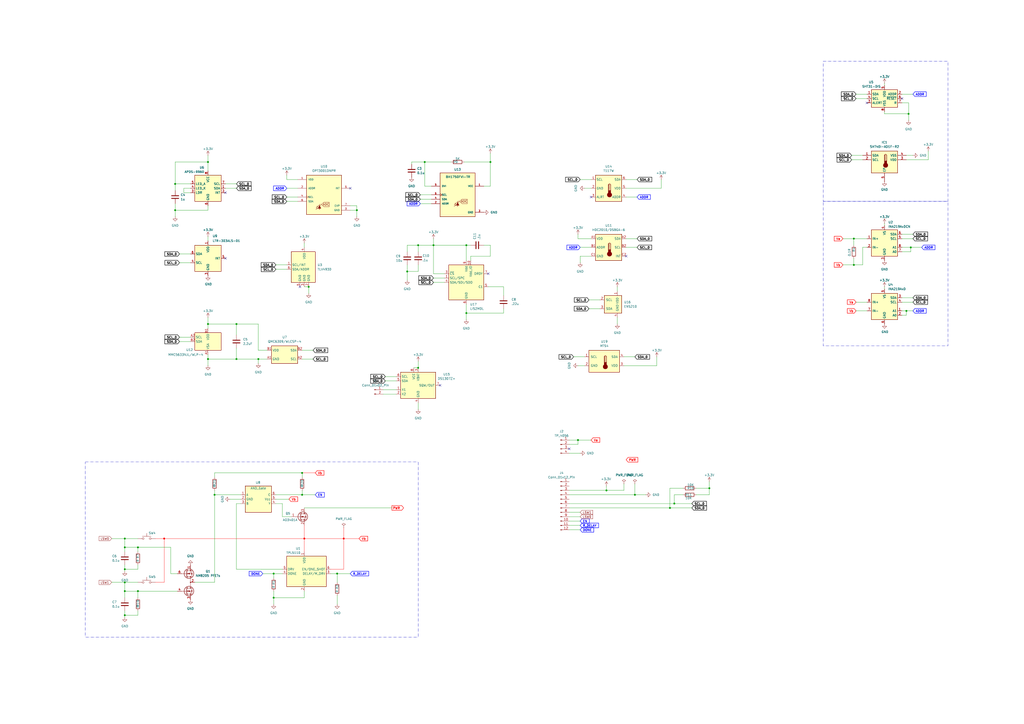
<source format=kicad_sch>
(kicad_sch (version 20250114) (generator "eeschema") (generator_version "9.0")
  (paper "A2")
  (rectangle (start 49.53 267.97) (end 242.57 369.57) (stroke (width 0) (type dash_dot)))
  (rectangle (start 477.52 116.84) (end 549.91 200.66) (stroke (width 0) (type dash_dot)))
  (rectangle (start 477.52 35.56) (end 549.91 116.84) (stroke (width 0) (type dash_dot)))
  (junction (at 72.39 356.87))
  (junction (at 95.25 312.42) (color 255 0 0 1))
  (junction (at 388.62 294.64))
  (junction (at 528.32 143.51))
  (junction (at 236.22 157.48))
  (junction (at 284.48 93.98))
  (junction (at 525.78 180.34))
  (junction (at 270.51 142.24))
  (junction (at 149.86 208.28))
  (junction (at 158.75 346.71))
  (junction (at 175.26 274.32))
  (junction (at 120.65 187.96))
  (junction (at 101.6 106.68))
  (junction (at 495.3 138.43))
  (junction (at 368.3 287.02))
  (junction (at 124.46 287.02))
  (junction (at 251.46 142.24))
  (junction (at 179.07 166.37))
  (junction (at 72.39 317.5))
  (junction (at 351.79 284.48))
  (junction (at 207.01 121.92))
  (junction (at 246.38 93.98))
  (junction (at 120.65 208.28))
  (junction (at 527.05 66.04))
  (junction (at 137.16 187.96))
  (junction (at 411.48 283.21))
  (junction (at 158.75 332.74))
  (junction (at 80.01 342.9))
  (junction (at 120.65 93.98))
  (junction (at 199.39 312.42) (color 255 0 0 1))
  (junction (at 335.28 255.27))
  (junction (at 72.39 342.9))
  (junction (at 101.6 121.92))
  (junction (at 72.39 330.2))
  (junction (at 80.01 317.5))
  (junction (at 495.3 153.67))
  (junction (at 242.57 213.36))
  (junction (at 72.39 312.42))
  (junction (at 175.26 287.02))
  (junction (at 176.53 312.42) (color 255 0 0 1))
  (junction (at 391.16 292.1))
  (junction (at 72.39 337.82))
  (junction (at 137.16 208.28))
  (junction (at 270.51 181.61))
  (junction (at 242.57 142.24))
  (junction (at 195.58 332.74))
  (no_connect (at 523.24 57.15))
  (no_connect (at 173.99 166.37))
  (no_connect (at 203.2 109.22))
  (no_connect (at 330.2 260.35))
  (no_connect (at 342.9 114.3))
  (no_connect (at 363.22 148.59))
  (no_connect (at 502.92 59.69))
  (no_connect (at 283.21 158.75))
  (no_connect (at 255.27 223.52))
  (no_connect (at 130.81 149.86))
  (no_connect (at 130.81 111.76))
  (wire (pts (xy 538.48 87.63) (xy 538.48 92.71)))
  (wire (pts (xy 207.01 121.92) (xy 207.01 125.73)))
  (wire (pts (xy 527.05 66.04) (xy 527.05 59.69)))
  (wire (pts (xy 361.95 280.67) (xy 361.95 284.48)))
  (wire (pts (xy 284.48 88.9) (xy 284.48 93.98)))
  (wire (pts (xy 176.53 294.64) (xy 227.33 294.64)))
  (wire (pts (xy 149.86 208.28) (xy 149.86 210.82)))
  (wire (pts (xy 172.72 114.3) (xy 166.37 114.3)))
  (wire (pts (xy 137.16 208.28) (xy 149.86 208.28)))
  (wire (pts (xy 495.3 153.67) (xy 500.38 153.67)))
  (wire (pts (xy 120.65 184.15) (xy 120.65 187.96)))
  (wire (pts (xy 166.37 153.67) (xy 160.02 153.67)))
  (wire (pts (xy 330.2 304.8) (xy 336.55 304.8)))
  (wire (pts (xy 330.2 307.34) (xy 336.55 307.34)))
  (wire (pts (xy 251.46 142.24) (xy 242.57 142.24)))
  (wire (pts (xy 182.88 274.32) (xy 175.26 274.32)) (stroke (width 0) (color 255 0 0 1)))
  (wire (pts (xy 137.16 330.2) (xy 163.83 330.2)))
  (wire (pts (xy 500.38 90.17) (xy 494.03 90.17)))
  (wire (pts (xy 175.26 203.2) (xy 181.61 203.2)))
  (wire (pts (xy 251.46 158.75) (xy 257.81 158.75)))
  (wire (pts (xy 363.22 143.51) (xy 369.57 143.51)))
  (wire (pts (xy 106.68 111.76) (xy 110.49 111.76)))
  (wire (pts (xy 101.6 118.11) (xy 101.6 121.92)))
  (wire (pts (xy 502.92 143.51) (xy 500.38 143.51)))
  (wire (pts (xy 110.49 147.32) (xy 104.14 147.32)))
  (wire (pts (xy 203.2 121.92) (xy 207.01 121.92)))
  (wire (pts (xy 120.65 119.38) (xy 120.65 121.92)))
  (wire (pts (xy 368.3 280.67) (xy 368.3 287.02)))
  (wire (pts (xy 72.39 356.87) (xy 72.39 358.14)))
  (wire (pts (xy 238.76 93.98) (xy 246.38 93.98)))
  (wire (pts (xy 166.37 156.21) (xy 160.02 156.21)))
  (wire (pts (xy 284.48 142.24) (xy 284.48 148.59)))
  (wire (pts (xy 292.1 181.61) (xy 270.51 181.61)))
  (wire (pts (xy 270.51 181.61) (xy 270.51 185.42)))
  (wire (pts (xy 330.2 292.1) (xy 391.16 292.1)))
  (wire (pts (xy 99.06 317.5) (xy 99.06 332.74)))
  (wire (pts (xy 528.32 143.51) (xy 528.32 146.05)))
  (wire (pts (xy 195.58 345.44) (xy 195.58 350.52)))
  (wire (pts (xy 120.65 187.96) (xy 120.65 190.5)))
  (wire (pts (xy 270.51 176.53) (xy 270.51 181.61)))
  (wire (pts (xy 523.24 146.05) (xy 528.32 146.05)))
  (wire (pts (xy 166.37 101.6) (xy 166.37 104.14)))
  (wire (pts (xy 95.25 312.42) (xy 90.17 312.42)) (stroke (width 0) (color 255 0 0 1)))
  (wire (pts (xy 513.08 48.26) (xy 513.08 49.53)))
  (wire (pts (xy 80.01 342.9) (xy 72.39 342.9)))
  (wire (pts (xy 137.16 201.93) (xy 137.16 208.28)))
  (wire (pts (xy 176.53 140.97) (xy 176.53 143.51)))
  (wire (pts (xy 106.68 111.76) (xy 106.68 109.22)))
  (wire (pts (xy 99.06 317.5) (xy 80.01 317.5)))
  (wire (pts (xy 358.14 166.37) (xy 358.14 168.91)))
  (wire (pts (xy 330.2 302.26) (xy 336.55 302.26)))
  (wire (pts (xy 158.75 342.9) (xy 158.75 346.71)))
  (wire (pts (xy 166.37 104.14) (xy 172.72 104.14)))
  (wire (pts (xy 110.49 152.4) (xy 104.14 152.4)))
  (wire (pts (xy 284.48 148.59) (xy 273.05 148.59)))
  (wire (pts (xy 72.39 356.87) (xy 80.01 356.87)))
  (wire (pts (xy 246.38 107.95) (xy 250.19 107.95)))
  (wire (pts (xy 130.81 109.22) (xy 137.16 109.22)))
  (wire (pts (xy 330.2 299.72) (xy 336.55 299.72)))
  (wire (pts (xy 175.26 287.02) (xy 182.88 287.02)))
  (wire (pts (xy 199.39 312.42) (xy 176.53 312.42)) (stroke (width 0) (color 255 0 0 1)))
  (wire (pts (xy 222.25 226.06) (xy 229.87 226.06)))
  (wire (pts (xy 72.39 330.2) (xy 72.39 327.66)))
  (wire (pts (xy 336.55 148.59) (xy 342.9 148.59)))
  (wire (pts (xy 101.6 106.68) (xy 101.6 110.49)))
  (wire (pts (xy 176.53 304.8) (xy 176.53 312.42)) (stroke (width 0) (color 255 0 0 1)))
  (wire (pts (xy 133.35 289.56) (xy 139.7 289.56)))
  (wire (pts (xy 80.01 330.2) (xy 72.39 330.2)))
  (wire (pts (xy 257.81 163.83) (xy 251.46 163.83)))
  (wire (pts (xy 95.25 312.42) (xy 176.53 312.42)) (stroke (width 0) (color 255 0 0 1)))
  (wire (pts (xy 242.57 142.24) (xy 236.22 142.24)))
  (wire (pts (xy 72.39 337.82) (xy 72.39 342.9)))
  (wire (pts (xy 72.39 337.82) (xy 64.77 337.82)))
  (wire (pts (xy 203.2 119.38) (xy 207.01 119.38)))
  (wire (pts (xy 523.24 54.61) (xy 529.59 54.61)))
  (wire (pts (xy 496.57 175.26) (xy 502.92 175.26)))
  (wire (pts (xy 495.3 142.24) (xy 495.3 138.43)))
  (wire (pts (xy 72.39 354.33) (xy 72.39 356.87)))
  (wire (pts (xy 280.67 107.95) (xy 284.48 107.95)))
  (wire (pts (xy 160.02 289.56) (xy 167.64 289.56)))
  (wire (pts (xy 361.95 212.09) (xy 381 212.09)))
  (wire (pts (xy 273.05 148.59) (xy 273.05 151.13)))
  (wire (pts (xy 292.1 166.37) (xy 292.1 171.45)))
  (wire (pts (xy 120.65 205.74) (xy 120.65 208.28)))
  (wire (pts (xy 495.3 153.67) (xy 495.3 149.86)))
  (wire (pts (xy 523.24 172.72) (xy 529.59 172.72)))
  (wire (pts (xy 124.46 287.02) (xy 124.46 337.82)))
  (wire (pts (xy 80.01 342.9) (xy 80.01 346.71)))
  (wire (pts (xy 113.03 337.82) (xy 124.46 337.82)))
  (wire (pts (xy 195.58 332.74) (xy 191.77 332.74)))
  (wire (pts (xy 229.87 220.98) (xy 223.52 220.98)))
  (wire (pts (xy 330.2 294.64) (xy 388.62 294.64)))
  (wire (pts (xy 110.49 195.58) (xy 104.14 195.58)))
  (wire (pts (xy 342.9 143.51) (xy 336.55 143.51)))
  (wire (pts (xy 335.28 255.27) (xy 342.9 255.27)))
  (wire (pts (xy 199.39 312.42) (xy 199.39 330.2)) (stroke (width 0) (color 255 0 0 1)))
  (wire (pts (xy 72.39 317.5) (xy 72.39 320.04)))
  (wire (pts (xy 411.48 283.21) (xy 411.48 287.02)))
  (wire (pts (xy 149.86 187.96) (xy 149.86 203.2)))
  (wire (pts (xy 236.22 157.48) (xy 236.22 153.67)))
  (wire (pts (xy 80.01 354.33) (xy 80.01 356.87)))
  (wire (pts (xy 363.22 138.43) (xy 369.57 138.43)))
  (wire (pts (xy 176.53 346.71) (xy 158.75 346.71)))
  (wire (pts (xy 347.98 179.07) (xy 341.63 179.07)))
  (wire (pts (xy 488.95 138.43) (xy 495.3 138.43)))
  (wire (pts (xy 130.81 106.68) (xy 137.16 106.68)))
  (wire (pts (xy 251.46 138.43) (xy 251.46 142.24)))
  (wire (pts (xy 513.08 66.04) (xy 527.05 66.04)))
  (wire (pts (xy 106.68 109.22) (xy 110.49 109.22)))
  (wire (pts (xy 137.16 187.96) (xy 149.86 187.96)))
  (wire (pts (xy 154.94 203.2) (xy 149.86 203.2)))
  (wire (pts (xy 523.24 135.89) (xy 529.59 135.89)))
  (wire (pts (xy 236.22 157.48) (xy 236.22 162.56)))
  (wire (pts (xy 120.65 137.16) (xy 120.65 139.7)))
  (wire (pts (xy 72.39 312.42) (xy 72.39 317.5)))
  (wire (pts (xy 250.19 113.03) (xy 243.84 113.03)))
  (wire (pts (xy 72.39 331.47) (xy 72.39 330.2)))
  (wire (pts (xy 175.26 208.28) (xy 181.61 208.28)))
  (wire (pts (xy 80.01 342.9) (xy 102.87 342.9)))
  (wire (pts (xy 163.83 292.1) (xy 163.83 299.72)))
  (wire (pts (xy 124.46 274.32) (xy 124.46 276.86)))
  (wire (pts (xy 137.16 292.1) (xy 137.16 330.2)))
  (wire (pts (xy 176.53 166.37) (xy 179.07 166.37)))
  (wire (pts (xy 110.49 198.12) (xy 104.14 198.12)))
  (wire (pts (xy 120.65 208.28) (xy 120.65 212.09)))
  (wire (pts (xy 199.39 306.07) (xy 199.39 312.42)) (stroke (width 0) (color 255 0 0 1)))
  (wire (pts (xy 137.16 208.28) (xy 120.65 208.28)))
  (wire (pts (xy 242.57 153.67) (xy 242.57 157.48)))
  (wire (pts (xy 391.16 287.02) (xy 391.16 292.1)))
  (wire (pts (xy 242.57 142.24) (xy 242.57 146.05)))
  (wire (pts (xy 195.58 332.74) (xy 195.58 337.82)))
  (wire (pts (xy 191.77 330.2) (xy 199.39 330.2)) (stroke (width 0) (color 255 0 0 1)))
  (wire (pts (xy 330.2 257.81) (xy 335.28 257.81)))
  (wire (pts (xy 163.83 299.72) (xy 168.91 299.72)))
  (wire (pts (xy 80.01 327.66) (xy 80.01 330.2)))
  (wire (pts (xy 158.75 346.71) (xy 158.75 350.52)))
  (wire (pts (xy 163.83 332.74) (xy 158.75 332.74)))
  (wire (pts (xy 358.14 187.96) (xy 358.14 184.15)))
  (wire (pts (xy 513.08 166.37) (xy 513.08 167.64)))
  (wire (pts (xy 527.05 66.04) (xy 527.05 69.85)))
  (wire (pts (xy 502.92 57.15) (xy 496.57 57.15)))
  (wire (pts (xy 351.79 284.48) (xy 361.95 284.48)))
  (wire (pts (xy 176.53 342.9) (xy 176.53 346.71)))
  (wire (pts (xy 101.6 106.68) (xy 110.49 106.68)))
  (wire (pts (xy 176.53 312.42) (xy 176.53 320.04)) (stroke (width 0) (color 255 0 0 1)))
  (wire (pts (xy 363.22 114.3) (xy 369.57 114.3)))
  (wire (pts (xy 195.58 332.74) (xy 203.2 332.74)))
  (wire (pts (xy 500.38 92.71) (xy 494.03 92.71)))
  (wire (pts (xy 330.2 287.02) (xy 368.3 287.02)))
  (wire (pts (xy 137.16 194.31) (xy 137.16 187.96)))
  (wire (pts (xy 158.75 332.74) (xy 158.75 335.28)))
  (wire (pts (xy 513.08 64.77) (xy 513.08 66.04)))
  (wire (pts (xy 292.1 179.07) (xy 292.1 181.61)))
  (wire (pts (xy 523.24 175.26) (xy 529.59 175.26)))
  (wire (pts (xy 80.01 337.82) (xy 72.39 337.82)))
  (wire (pts (xy 283.21 166.37) (xy 292.1 166.37)))
  (wire (pts (xy 513.08 129.54) (xy 513.08 130.81)))
  (wire (pts (xy 242.57 233.68) (xy 242.57 237.49)))
  (wire (pts (xy 525.78 92.71) (xy 538.48 92.71)))
  (wire (pts (xy 229.87 218.44) (xy 223.52 218.44)))
  (wire (pts (xy 335.28 135.89) (xy 335.28 138.43)))
  (wire (pts (xy 363.22 104.14) (xy 369.57 104.14)))
  (wire (pts (xy 336.55 152.4) (xy 336.55 148.59)))
  (wire (pts (xy 242.57 157.48) (xy 236.22 157.48)))
  (wire (pts (xy 139.7 292.1) (xy 137.16 292.1)))
  (wire (pts (xy 270.51 142.24) (xy 273.05 142.24)))
  (wire (pts (xy 383.54 104.14) (xy 383.54 109.22)))
  (wire (pts (xy 528.32 143.51) (xy 534.67 143.51)))
  (wire (pts (xy 269.24 93.98) (xy 284.48 93.98)))
  (wire (pts (xy 199.39 312.42) (xy 208.28 312.42)) (stroke (width 0) (color 255 0 0 1)))
  (wire (pts (xy 391.16 292.1) (xy 401.32 292.1)))
  (wire (pts (xy 270.51 151.13) (xy 270.51 142.24)))
  (wire (pts (xy 523.24 138.43) (xy 529.59 138.43)))
  (wire (pts (xy 495.3 138.43) (xy 502.92 138.43)))
  (wire (pts (xy 342.9 104.14) (xy 336.55 104.14)))
  (wire (pts (xy 523.24 180.34) (xy 525.78 180.34)))
  (wire (pts (xy 361.95 207.01) (xy 368.3 207.01)))
  (wire (pts (xy 222.25 228.6) (xy 229.87 228.6)))
  (wire (pts (xy 523.24 143.51) (xy 528.32 143.51)))
  (wire (pts (xy 72.39 342.9) (xy 72.39 346.71)))
  (wire (pts (xy 411.48 287.02) (xy 403.86 287.02)))
  (wire (pts (xy 101.6 93.98) (xy 101.6 106.68)))
  (wire (pts (xy 257.81 161.29) (xy 251.46 161.29)))
  (wire (pts (xy 120.65 187.96) (xy 137.16 187.96)))
  (wire (pts (xy 330.2 255.27) (xy 335.28 255.27)))
  (wire (pts (xy 207.01 119.38) (xy 207.01 121.92)))
  (wire (pts (xy 172.72 109.22) (xy 166.37 109.22)))
  (wire (pts (xy 347.98 173.99) (xy 341.63 173.99)))
  (wire (pts (xy 242.57 209.55) (xy 242.57 213.36)))
  (wire (pts (xy 351.79 281.94) (xy 351.79 284.48)))
  (wire (pts (xy 411.48 279.4) (xy 411.48 283.21)))
  (wire (pts (xy 523.24 59.69) (xy 527.05 59.69)))
  (wire (pts (xy 80.01 312.42) (xy 72.39 312.42)))
  (wire (pts (xy 99.06 332.74) (xy 102.87 332.74)))
  (wire (pts (xy 240.03 213.36) (xy 242.57 213.36)))
  (wire (pts (xy 495.3 153.67) (xy 488.95 153.67)))
  (wire (pts (xy 396.24 287.02) (xy 391.16 287.02)))
  (wire (pts (xy 172.72 116.84) (xy 166.37 116.84)))
  (wire (pts (xy 330.2 297.18) (xy 336.55 297.18)))
  (wire (pts (xy 250.19 115.57) (xy 243.84 115.57)))
  (wire (pts (xy 72.39 312.42) (xy 64.77 312.42)))
  (wire (pts (xy 502.92 54.61) (xy 496.57 54.61)))
  (wire (pts (xy 175.26 274.32) (xy 175.26 276.86)))
  (wire (pts (xy 124.46 287.02) (xy 139.7 287.02)))
  (wire (pts (xy 179.07 166.37) (xy 179.07 170.18)))
  (wire (pts (xy 342.9 109.22) (xy 339.09 109.22)))
  (wire (pts (xy 335.28 257.81) (xy 335.28 255.27)))
  (wire (pts (xy 284.48 142.24) (xy 280.67 142.24)))
  (wire (pts (xy 525.78 90.17) (xy 529.59 90.17)))
  (wire (pts (xy 246.38 93.98) (xy 246.38 107.95)))
  (wire (pts (xy 383.54 109.22) (xy 363.22 109.22)))
  (wire (pts (xy 124.46 274.32) (xy 175.26 274.32)))
  (wire (pts (xy 381 207.01) (xy 381 212.09)))
  (wire (pts (xy 80.01 317.5) (xy 80.01 320.04)))
  (wire (pts (xy 368.3 287.02) (xy 374.65 287.02)))
  (wire (pts (xy 335.28 138.43) (xy 342.9 138.43)))
  (wire (pts (xy 388.62 283.21) (xy 388.62 294.64)))
  (wire (pts (xy 411.48 283.21) (xy 403.86 283.21)))
  (wire (pts (xy 500.38 143.51) (xy 500.38 153.67)))
  (wire (pts (xy 154.94 208.28) (xy 149.86 208.28)))
  (wire (pts (xy 330.2 262.89) (xy 336.55 262.89)))
  (wire (pts (xy 388.62 294.64) (xy 401.32 294.64)))
  (wire (pts (xy 158.75 332.74) (xy 152.4 332.74)))
  (wire (pts (xy 120.65 90.17) (xy 120.65 93.98)))
  (wire (pts (xy 101.6 121.92) (xy 120.65 121.92)))
  (wire (pts (xy 175.26 284.48) (xy 175.26 287.02)))
  (wire (pts (xy 80.01 317.5) (xy 72.39 317.5)))
  (wire (pts (xy 525.78 180.34) (xy 529.59 180.34)))
  (wire (pts (xy 270.51 142.24) (xy 251.46 142.24)))
  (wire (pts (xy 250.19 118.11) (xy 243.84 118.11)))
  (wire (pts (xy 251.46 142.24) (xy 251.46 158.75)))
  (wire (pts (xy 238.76 93.98) (xy 238.76 95.25)))
  (wire (pts (xy 502.92 180.34) (xy 496.57 180.34)))
  (wire (pts (xy 330.2 284.48) (xy 351.79 284.48)))
  (wire (pts (xy 523.24 182.88) (xy 525.78 182.88)))
  (wire (pts (xy 261.62 93.98) (xy 246.38 93.98)))
  (wire (pts (xy 396.24 283.21) (xy 388.62 283.21)))
  (wire (pts (xy 120.65 99.06) (xy 120.65 93.98)))
  (wire (pts (xy 160.02 292.1) (xy 163.83 292.1)))
  (wire (pts (xy 284.48 93.98) (xy 284.48 107.95)))
  (wire (pts (xy 335.28 212.09) (xy 339.09 212.09)))
  (wire (pts (xy 101.6 125.73) (xy 101.6 121.92)))
  (wire (pts (xy 120.65 93.98) (xy 101.6 93.98)))
  (wire (pts (xy 124.46 284.48) (xy 124.46 287.02)))
  (wire (pts (xy 236.22 142.24) (xy 236.22 146.05)))
  (wire (pts (xy 95.25 312.42) (xy 95.25 337.82)) (stroke (width 0) (color 255 0 0 1)))
  (wire (pts (xy 525.78 182.88) (xy 525.78 180.34)))
  (wire (pts (xy 339.09 207.01) (xy 332.74 207.01)))
  (wire (pts (xy 175.26 287.02) (xy 160.02 287.02)))
  (wire (pts (xy 95.25 337.82) (xy 90.17 337.82)) (stroke (width 0) (color 255 0 0 1)))
  (global_label "SCL_0" (shape input) (at 137.16 106.68 0) (effects (font (thickness 0.254) (bold yes))) (property "Intersheetrefs" "${INTERSHEET_REFS}" (effects (hide yes))))
  (global_label "SDA_0" (shape input) (at 496.57 54.61 180) (effects (font (thickness 0.254) (bold yes))) (property "Intersheetrefs" "${INTERSHEET_REFS}" (effects (hide yes))))
  (global_label "R_DELAY" (shape input) (at 336.55 304.8 0) (effects (font (thickness 0.254) (bold yes))) (property "Intersheetrefs" "${INTERSHEET_REFS}" (effects (hide yes))))
  (global_label "SDA_0" (shape input) (at 494.03 90.17 180) (effects (font (thickness 0.254) (bold yes))) (property "Intersheetrefs" "${INTERSHEET_REFS}" (effects (hide yes))))
  (global_label "SCL_0" (shape input) (at 104.14 152.4 180) (effects (font (thickness 0.254) (bold yes))) (property "Intersheetrefs" "${INTERSHEET_REFS}" (effects (hide yes))))
  (global_label "Va" (shape input) (at 496.57 175.26 180) (effects (font (thickness 0.254) (bold yes))) (property "Intersheetrefs" "${INTERSHEET_REFS}" (effects (hide yes))))
  (global_label "SDA_0" (shape input) (at 251.46 161.29 180) (effects (font (thickness 0.254) (bold yes))) (property "Intersheetrefs" "${INTERSHEET_REFS}" (effects (hide yes))))
  (global_label "EN" (shape input) (at 182.88 287.02 0) (effects (font (thickness 0.254) (bold yes))) (property "Intersheetrefs" "${INTERSHEET_REFS}" (effects (hide yes))))
  (global_label "PWR" (shape output) (at 227.33 294.64 0) (effects (font (thickness 0.254) (bold yes))) (property "Intersheetrefs" "${INTERSHEET_REFS}" (effects (hide yes))))
  (global_label "SDA_0" (shape input) (at 160.02 153.67 180) (effects (font (thickness 0.254) (bold yes))) (property "Intersheetrefs" "${INTERSHEET_REFS}" (effects (hide yes))))
  (global_label "DONE" (shape input) (at 152.4 332.74 180) (effects (font (thickness 0.254) (bold yes))) (property "Intersheetrefs" "${INTERSHEET_REFS}" (effects (hide yes))))
  (global_label "SCL_0" (shape input) (at 166.37 114.3 180) (effects (font (thickness 0.254) (bold yes))) (property "Intersheetrefs" "${INTERSHEET_REFS}" (effects (hide yes))))
  (global_label "LSW1" (shape input) (at 336.55 297.18 0) (property "Intersheetrefs" "${INTERSHEET_REFS}" (effects (hide yes))))
  (global_label "ADDR" (shape input) (at 166.37 109.22 180) (effects (font (thickness 0.254) (bold yes))) (property "Intersheetrefs" "${INTERSHEET_REFS}" (effects (hide yes))))
  (global_label "SCL_0" (shape input) (at 401.32 292.1 0) (effects (font (thickness 0.254) (bold yes))) (property "Intersheetrefs" "${INTERSHEET_REFS}" (effects (hide yes))))
  (global_label "Va" (shape input) (at 488.95 138.43 180) (effects (font (thickness 0.254) (bold yes))) (property "Intersheetrefs" "${INTERSHEET_REFS}" (effects (hide yes))))
  (global_label "PWR" (shape input) (at 363.22 266.7 0) (effects (font (thickness 0.254) (bold yes))) (property "Intersheetrefs" "${INTERSHEET_REFS}" (effects (hide yes))))
  (global_label "SDA_0" (shape input) (at 369.57 138.43 0) (effects (font (thickness 0.254) (bold yes))) (property "Intersheetrefs" "${INTERSHEET_REFS}" (effects (hide yes))))
  (global_label "SDA_0" (shape input) (at 137.16 109.22 0) (effects (font (thickness 0.254) (bold yes))) (property "Intersheetrefs" "${INTERSHEET_REFS}" (effects (hide yes))))
  (global_label "SDA_0" (shape input) (at 223.52 220.98 180) (effects (font (thickness 0.254) (bold yes))) (property "Intersheetrefs" "${INTERSHEET_REFS}" (effects (hide yes))))
  (global_label "R_DELAY" (shape input) (at 203.2 332.74 0) (effects (font (thickness 0.254) (bold yes))) (property "Intersheetrefs" "${INTERSHEET_REFS}" (effects (hide yes))))
  (global_label "Vb" (shape input) (at 488.95 153.67 180) (effects (font (thickness 0.254) (bold yes))) (property "Intersheetrefs" "${INTERSHEET_REFS}" (effects (hide yes))))
  (global_label "SDA_0" (shape input) (at 166.37 116.84 180) (effects (font (thickness 0.254) (bold yes))) (property "Intersheetrefs" "${INTERSHEET_REFS}" (effects (hide yes))))
  (global_label "Vb" (shape input) (at 496.57 180.34 180) (effects (font (thickness 0.254) (bold yes))) (property "Intersheetrefs" "${INTERSHEET_REFS}" (effects (hide yes))))
  (global_label "SCL_0" (shape input) (at 160.02 156.21 180) (effects (font (thickness 0.254) (bold yes))) (property "Intersheetrefs" "${INTERSHEET_REFS}" (effects (hide yes))))
  (global_label "SCL_0" (shape input) (at 341.63 173.99 180) (effects (font (thickness 0.254) (bold yes))) (property "Intersheetrefs" "${INTERSHEET_REFS}" (effects (hide yes))))
  (global_label "Va" (shape input) (at 342.9 255.27 0) (effects (font (thickness 0.254) (bold yes))) (property "Intersheetrefs" "${INTERSHEET_REFS}" (effects (hide yes))))
  (global_label "ADDR" (shape input) (at 243.84 118.11 180) (effects (font (thickness 0.254) (bold yes))) (property "Intersheetrefs" "${INTERSHEET_REFS}" (effects (hide yes))))
  (global_label "SCL_0" (shape input) (at 529.59 138.43 0) (effects (font (thickness 0.254) (bold yes))) (property "Intersheetrefs" "${INTERSHEET_REFS}" (effects (hide yes))))
  (global_label "SCL_0" (shape input) (at 181.61 208.28 0) (effects (font (thickness 0.254) (bold yes))) (property "Intersheetrefs" "${INTERSHEET_REFS}" (effects (hide yes))))
  (global_label "SDA_0" (shape input) (at 341.63 179.07 180) (effects (font (thickness 0.254) (bold yes))) (property "Intersheetrefs" "${INTERSHEET_REFS}" (effects (hide yes))))
  (global_label "SCL_0" (shape input) (at 369.57 143.51 0) (effects (font (thickness 0.254) (bold yes))) (property "Intersheetrefs" "${INTERSHEET_REFS}" (effects (hide yes))))
  (global_label "SCL_0" (shape input) (at 494.03 92.71 180) (effects (font (thickness 0.254) (bold yes))) (property "Intersheetrefs" "${INTERSHEET_REFS}" (effects (hide yes))))
  (global_label "SDA_0" (shape input) (at 369.57 104.14 0) (effects (font (thickness 0.254) (bold yes))) (property "Intersheetrefs" "${INTERSHEET_REFS}" (effects (hide yes))))
  (global_label "ADDR" (shape input) (at 534.67 143.51 0) (effects (font (thickness 0.254) (bold yes))) (property "Intersheetrefs" "${INTERSHEET_REFS}" (effects (hide yes))))
  (global_label "SDA_0" (shape input) (at 104.14 147.32 180) (effects (font (thickness 0.254) (bold yes))) (property "Intersheetrefs" "${INTERSHEET_REFS}" (effects (hide yes))))
  (global_label "SDA_0" (shape input) (at 529.59 172.72 0) (effects (font (thickness 0.254) (bold yes))) (property "Intersheetrefs" "${INTERSHEET_REFS}" (effects (hide yes))))
  (global_label "SDA_0" (shape input) (at 104.14 198.12 180) (effects (font (thickness 0.254) (bold yes))) (property "Intersheetrefs" "${INTERSHEET_REFS}" (effects (hide yes))))
  (global_label "SDA_0" (shape input) (at 529.59 135.89 0) (effects (font (thickness 0.254) (bold yes))) (property "Intersheetrefs" "${INTERSHEET_REFS}" (effects (hide yes))))
  (global_label "Vb" (shape input) (at 182.88 274.32 0) (effects (font (thickness 0.254) (bold yes))) (property "Intersheetrefs" "${INTERSHEET_REFS}" (effects (hide yes))))
  (global_label "ADDR" (shape input) (at 529.59 54.61 0) (effects (font (thickness 0.254) (bold yes))) (property "Intersheetrefs" "${INTERSHEET_REFS}" (effects (hide yes))))
  (global_label "SDA_0" (shape input) (at 243.84 115.57 180) (effects (font (thickness 0.254) (bold yes))) (property "Intersheetrefs" "${INTERSHEET_REFS}" (effects (hide yes))))
  (global_label "ADDR" (shape input) (at 529.59 180.34 0) (effects (font (thickness 0.254) (bold yes))) (property "Intersheetrefs" "${INTERSHEET_REFS}" (effects (hide yes))))
  (global_label "SDA_0" (shape input) (at 181.61 203.2 0) (effects (font (thickness 0.254) (bold yes))) (property "Intersheetrefs" "${INTERSHEET_REFS}" (effects (hide yes))))
  (global_label "Vb" (shape input) (at 208.28 312.42 0) (effects (font (thickness 0.254) (bold yes))) (property "Intersheetrefs" "${INTERSHEET_REFS}" (effects (hide yes))))
  (global_label "SCL_0" (shape input) (at 332.74 207.01 180) (effects (font (thickness 0.254) (bold yes))) (property "Intersheetrefs" "${INTERSHEET_REFS}" (effects (hide yes))))
  (global_label "SDA_0" (shape input) (at 368.3 207.01 0) (effects (font (thickness 0.254) (bold yes))) (property "Intersheetrefs" "${INTERSHEET_REFS}" (effects (hide yes))))
  (global_label "Vb" (shape input) (at 167.64 289.56 0) (effects (font (thickness 0.254) (bold yes))) (property "Intersheetrefs" "${INTERSHEET_REFS}" (effects (hide yes))))
  (global_label "SCL_0" (shape input) (at 496.57 57.15 180) (effects (font (thickness 0.254) (bold yes))) (property "Intersheetrefs" "${INTERSHEET_REFS}" (effects (hide yes))))
  (global_label "SCL_0" (shape input) (at 336.55 104.14 180) (effects (font (thickness 0.254) (bold yes))) (property "Intersheetrefs" "${INTERSHEET_REFS}" (effects (hide yes))))
  (global_label "SCL_0" (shape input) (at 529.59 175.26 0) (effects (font (thickness 0.254) (bold yes))) (property "Intersheetrefs" "${INTERSHEET_REFS}" (effects (hide yes))))
  (global_label "LSW0" (shape input) (at 336.55 299.72 0) (property "Intersheetrefs" "${INTERSHEET_REFS}" (effects (hide yes))))
  (global_label "ADDR" (shape input) (at 369.57 114.3 0) (effects (font (thickness 0.254) (bold yes))) (property "Intersheetrefs" "${INTERSHEET_REFS}" (effects (hide yes))))
  (global_label "SDA_0" (shape input) (at 401.32 294.64 0) (effects (font (thickness 0.254) (bold yes))) (property "Intersheetrefs" "${INTERSHEET_REFS}" (effects (hide yes))))
  (global_label "DONE" (shape input) (at 336.55 307.34 0) (effects (font (thickness 0.254) (bold yes))) (property "Intersheetrefs" "${INTERSHEET_REFS}" (effects (hide yes))))
  (global_label "SCL_0" (shape input) (at 243.84 113.03 180) (effects (font (thickness 0.254) (bold yes))) (property "Intersheetrefs" "${INTERSHEET_REFS}" (effects (hide yes))))
  (global_label "LSW0" (shape input) (at 64.77 312.42 180) (property "Intersheetrefs" "${INTERSHEET_REFS}" (effects (hide yes))))
  (global_label "SCL_0" (shape input) (at 223.52 218.44 180) (effects (font (thickness 0.254) (bold yes))) (property "Intersheetrefs" "${INTERSHEET_REFS}" (effects (hide yes))))
  (global_label "LSW1" (shape input) (at 64.77 337.82 180) (property "Intersheetrefs" "${INTERSHEET_REFS}" (effects (hide yes))))
  (global_label "SCL_0" (shape input) (at 251.46 163.83 180) (effects (font (thickness 0.254) (bold yes))) (property "Intersheetrefs" "${INTERSHEET_REFS}" (effects (hide yes))))
  (global_label "EN" (shape input) (at 336.55 302.26 0) (effects (font (thickness 0.254) (bold yes))) (property "Intersheetrefs" "${INTERSHEET_REFS}" (effects (hide yes))))
  (global_label "SCL_0" (shape input) (at 104.14 195.58 180) (effects (font (thickness 0.254) (bold yes))) (property "Intersheetrefs" "${INTERSHEET_REFS}" (effects (hide yes))))
  (global_label "ADDR" (shape input) (at 336.55 143.51 180) (effects (font (thickness 0.254) (bold yes))) (property "Intersheetrefs" "${INTERSHEET_REFS}" (effects (hide yes))))
  (symbol (lib_id "Device:R") (at 158.75 339.09 180) (unit 1)
    (property "Reference" "R1" (at 158.75 336.55 90) (effects (justify left)))
    (property "Value" "R" (at 158.75 339.725 90) (effects (justify left)))
    (property "Footprint" "Resistor_SMD:R_0603_1608Metric" (effects (hide yes)))
  )
  (symbol (lib_id "power:+3.3V") (at 284.48 88.9 0) (unit 1)
    (property "Reference" "#PWR017" (effects (hide yes)))
    (property "Value" "+3.3V" (at 284.48 85.09 0))
  )
  (symbol (lib_name "GND_1") (lib_id "power:GND") (at 513.08 105.41 0) (unit 1)
    (property "Reference" "#PWR028" (effects (hide yes)))
    (property "Value" "GND" (at 513.08 109.982 0))
    (property "Description" "Power symbol creates a global label with name \"GND\" , ground" (effects (hide yes)))
  )
  (symbol (lib_name "GND_1") (lib_id "power:GND") (at 280.67 123.19 90) (unit 1)
    (property "Reference" "#PWR016" (effects (hide yes)))
    (property "Value" "GND" (at 284.48 123.1899 90) (effects (justify right)))
    (property "Description" "Power symbol creates a global label with name \"GND\" , ground" (effects (hide yes)))
  )
  (symbol (lib_id "Sensor_Optical:LTR-303ALS-01") (at 120.65 149.86 0) (unit 1)
    (property "Reference" "U9" (at 124.714 136.906 0))
    (property "Value" "LTR-303ALS-01" (at 131.318 139.7 0))
    (property "Footprint" "OptoDevice:Lite-On_LTR-303ALS-01" (effects (hide yes)))
    (property "Datasheet" "https://lcsc.com/datasheet/lcsc_datasheet_2410121549_LITEON-LTR-308ALS-01_C492382.pdf" (effects (hide yes)))
    (property "Description" "ambient light sensor, i2c interface, 0.01 to 64k lux, 2.4-3.6V" (effects (hide yes)))
  )
  (symbol (lib_id "Device:C") (at 72.39 323.85 0) (unit 1)
    (property "Reference" "C6" (at 65.024 322.58 0) (effects (justify left)))
    (property "Value" "0.1u" (at 65.024 325.12 0) (effects (justify left)))
    (property "Footprint" "Capacitor_SMD:C_0603_1608Metric" (effects (hide yes)))
  )
  (symbol (lib_name "GND_1") (lib_id "power:GND") (at 133.35 289.56 270) (unit 1)
    (property "Reference" "#PWR031" (effects (hide yes)))
    (property "Value" "GND" (at 129.032 289.56 0))
    (property "Description" "Power symbol creates a global label with name \"GND\" , ground" (effects (hide yes)))
  )
  (symbol (lib_id "Sensor_Humidity:ENS210") (at 355.6 176.53 0) (unit 1)
    (property "Reference" "U16" (at 361.95 175.2599 0) (effects (justify left)))
    (property "Value" "ENS210" (at 361.95 177.7999 0) (effects (justify left)))
    (property "Footprint" "Package_DFN_QFN:AMS_QFN-4-1EP_2x2mm_P0.95mm_EP0.7x1.6mm" (effects (hide yes)))
    (property "Datasheet" "http://ams.com/eng/Products/Environmental-Sensors/Relative-Humidity-and-Temperature-Sensors/ENS210" (effects (hide yes)))
    (property "Description" "Relative Humidity and Temperature Sensor with I2C Interface" (effects (hide yes)))
  )
  (symbol (lib_id "power:+3.3V") (at 120.65 90.17 0) (unit 1)
    (property "Reference" "#PWR025" (effects (hide yes)))
    (property "Value" "+3.3V" (at 120.65 86.36 0))
  )
  (symbol (lib_name "GND_1") (lib_id "power:GND") (at 270.51 185.42 0) (mirror y) (unit 1)
    (property "Reference" "#PWR044" (effects (hide yes)))
    (property "Value" "GND" (at 270.51 190.5 0))
    (property "Description" "Power symbol creates a global label with name \"GND\" , ground" (effects (hide yes)))
  )
  (symbol (lib_name "GND_1") (lib_id "power:GND") (at 72.39 331.47 0) (mirror y) (unit 1)
    (property "Reference" "#PWR032" (effects (hide yes)))
    (property "Value" "GND" (at 72.39 336.55 0))
    (property "Description" "Power symbol creates a global label with name \"GND\" , ground" (effects (hide yes)))
  )
  (symbol (lib_id "Timer:TPL5110") (at 176.53 330.2 0) (mirror y) (unit 1)
    (property "Reference" "U1" (at 174.3359 318.135 0) (effects (justify left)))
    (property "Value" "TPL5110" (at 174.3359 320.675 0) (effects (justify left)))
    (property "Footprint" "Package_TO_SOT_SMD:SOT-23-6" (effects (hide yes)))
    (property "Datasheet" "http://www.ti.com/lit/ds/symlink/tpl5110.pdf" (effects (hide yes)))
    (property "Description" "Timer, Nano Power, Active-Low, 35 nA, 100 ms to 7200 s, VDD 1.8V to 5.5V, Iout max 1mA, SOT-23-6" (effects (hide yes)))
  )
  (symbol (lib_id "OPT300x:OPT3001DNPR") (at 187.96 114.3 0) (unit 1)
    (property "Reference" "U10" (at 187.96 96.52 0))
    (property "Value" "OPT3001DNPR" (at 187.96 99.06 0))
    (property "Footprint" "OPT3001DNPR:SON65P200X200X65-7N" (effects (hide yes)))
    (property "Datasheet" "https://www.ti.com/lit/ds/symlink/opt3001.pdf?ts=1753872523494&ref_url=https%253A%252F%252Fwww.google.com%252F" (effects (hide yes)))
    (property "Description" "Digital ambient light sensor (ALS) with high-precision human-eye response 6-USON -40 to 85" (effects (hide yes)))
    (property "MF" "Texas Instruments" (effects (hide yes)))
    (property "MOUSER-PURCHASE-URL" "https://snapeda.com/shop?store=Mouser&id=194428" (effects (hide yes)))
    (property "DESCRIPTION" "Digital ambient light sensor (ALS) with high-precision human-eye response 6-USON -40 to 85" (effects (hide yes)))
    (property "PACKAGE" "USON-6 Texas Instruments" (effects (hide yes)))
    (property "PRICE" "None" (effects (hide yes)))
    (property "Package" "USON-6 Texas Instruments" (effects (hide yes)))
    (property "Check_prices" "https://www.snapeda.com/parts/OPT3001DNPR/Texas+Instruments/view-part/?ref=eda" (effects (hide yes)))
    (property "Price" "None" (effects (hide yes)))
    (property "SnapEDA_Link" "https://www.snapeda.com/parts/OPT3001DNPR/Texas+Instruments/view-part/?ref=snap" (effects (hide yes)))
    (property "MP" "OPT3001DNPR" (effects (hide yes)))
    (property "TEXAS_INSTRUMENTS-PURCHASE-URL" "https://snapeda.com/shop?store=Texas+Instruments&id=194428" (effects (hide yes)))
    (property "Availability" "In Stock" (effects (hide yes)))
    (property "ARROW_ELECTRONICS-PURCHASE-URL" "https://snapeda.com/shop?store=Arrow+Electronics&id=194428" (effects (hide yes)))
    (property "AVAILABILITY" "Good" (effects (hide yes)))
    (property "DIGIKEY-PURCHASE-URL" "https://snapeda.com/shop?store=DigiKey&id=194428" (effects (hide yes)))
    (property "Description_1" "Digital ambient light sensor (ALS) with high-precision human-eye response" (effects (hide yes)))
  )
  (symbol (lib_id "power:+3.3V") (at 242.57 209.55 0) (unit 1)
    (property "Reference" "#PWR047" (effects (hide yes)))
    (property "Value" "+3.3V" (at 242.57 205.74 0))
  )
  (symbol (lib_id "IOT-Mess:AND_Gate") (at 149.86 289.56 0) (unit 1)
    (property "Reference" "U8" (at 148.336 279.908 0) (effects (justify left)))
    (property "Value" "AND_Gate" (at 145.288 283.21 0) (effects (justify left)))
    (property "Footprint" "Sensor:Avago_APDS-9960" (effects (hide yes)))
    (property "Datasheet" "https://docs.broadcom.com/doc/AV02-4191EN" (effects (hide yes)))
  )
  (symbol (lib_id "power:+3.3V") (at 120.65 184.15 0) (unit 1)
    (property "Reference" "#PWR08" (effects (hide yes)))
    (property "Value" "+3.3V" (at 120.65 180.34 0))
  )
  (symbol (lib_id "Sensor_Magnetic:LIS2MDL") (at 270.51 163.83 0) (unit 1)
    (property "Reference" "U17" (at 272.6533 176.53 0) (effects (justify left)))
    (property "Value" "LIS2MDL" (at 272.6533 179.07 0) (effects (justify left)))
    (property "Footprint" "Package_LGA:LGA-12_2x2mm_P0.5mm" (effects (hide yes)))
    (property "Datasheet" "https://www.st.com/resource/en/datasheet/lis2mdl.pdf" (effects (hide yes)))
    (property "Description" "Ultra-low-power, 3-axis digital output magnetometer, LGA-12" (effects (hide yes)))
  )
  (symbol (lib_name "GND_1") (lib_id "power:GND") (at 339.09 109.22 270) (unit 1)
    (property "Reference" "#PWR037" (effects (hide yes)))
    (property "Value" "GND" (at 334.01 109.22 0))
    (property "Description" "Power symbol creates a global label with name \"GND\" , ground" (effects (hide yes)))
  )
  (symbol (lib_id "Sensor_Energy:INA219AxDCN") (at 513.08 140.97 0) (unit 1)
    (property "Reference" "U2" (at 515.2741 128.905 0) (effects (justify left)))
    (property "Value" "INA219AxDCN" (at 515.2741 131.445 0) (effects (justify left)))
    (property "Footprint" "Package_TO_SOT_SMD:SOT-23-8" (effects (hide yes)))
    (property "Datasheet" "http://www.ti.com/lit/ds/symlink/ina219.pdf" (effects (hide yes)))
  )
  (symbol (lib_id "power:+3.3V") (at 120.65 137.16 0) (unit 1)
    (property "Reference" "#PWR036" (effects (hide yes)))
    (property "Value" "+3.3V" (at 120.65 133.35 0))
  )
  (symbol (lib_id "power:+3.3V") (at 513.08 166.37 0) (unit 1)
    (property "Reference" "#PWR020" (effects (hide yes)))
    (property "Value" "+3.3V" (at 513.08 162.56 0))
  )
  (symbol (lib_name "GND_1") (lib_id "power:GND") (at 207.01 125.73 0) (mirror y) (unit 1)
    (property "Reference" "#PWR012" (effects (hide yes)))
    (property "Value" "GND" (at 207.01 130.81 0))
    (property "Description" "Power symbol creates a global label with name \"GND\" , ground" (effects (hide yes)))
  )
  (symbol (lib_id "IOT-Mess:BH1750FVI-TR") (at 265.43 113.03 0) (unit 1)
    (property "Reference" "U13" (at 265.43 98.298 0))
    (property "Value" "BH1750FVI-TR" (at 265.684 102.616 0))
    (property "Footprint" "BH1750FVI-TR:XDCR_BH1750FVI-TR" (effects (hide yes)))
    (property "MP" "BH1750FVI-TR" (effects (hide yes)))
  )
  (symbol (lib_id "power:+3.3V") (at 251.46 138.43 0) (unit 1)
    (property "Reference" "#PWR043" (effects (hide yes)))
    (property "Value" "+3.3V" (at 251.46 134.62 0))
  )
  (symbol (lib_id "Sensor:APDS-9960") (at 120.65 109.22 0) (mirror y) (unit 1)
    (property "Reference" "U6" (at 118.4559 97.155 0) (effects (justify left)))
    (property "Value" "APDS-9960" (at 118.4559 99.695 0) (effects (justify left)))
    (property "Footprint" "Sensor:Avago_APDS-9960" (effects (hide yes)))
    (property "Datasheet" "https://docs.broadcom.com/doc/AV02-4191EN" (effects (hide yes)))
  )
  (symbol (lib_id "Device:C") (at 101.6 114.3 0) (mirror y) (unit 1)
    (property "Reference" "C4" (at 104.775 113.03 0) (effects (justify right)))
    (property "Value" "1u" (at 104.775 115.57 0) (effects (justify right)))
    (property "Footprint" "Capacitor_SMD:C_0603_1608Metric" (effects (hide yes)))
  )
  (symbol (lib_name "GND_1") (lib_id "power:GND") (at 335.28 212.09 270) (unit 1)
    (property "Reference" "#PWR048" (effects (hide yes)))
    (property "Value" "GND" (at 330.2 212.09 0))
    (property "Description" "Power symbol creates a global label with name \"GND\" , ground" (effects (hide yes)))
  )
  (symbol (lib_name "GND_1") (lib_id "power:GND") (at 72.39 358.14 0) (mirror y) (unit 1)
    (property "Reference" "#PWR033" (effects (hide yes)))
    (property "Value" "GND" (at 72.39 363.22 0))
    (property "Description" "Power symbol creates a global label with name \"GND\" , ground" (effects (hide yes)))
  )
  (symbol (lib_id "power:+3.3V") (at 351.79 281.94 0) (unit 1)
    (property "Reference" "#PWR015" (effects (hide yes)))
    (property "Value" "+3.3V" (at 351.536 277.876 0))
  )
  (symbol (lib_id "IOT-Mess:MTS4") (at 350.52 209.55 0) (unit 1)
    (property "Reference" "U19" (at 350.52 198.12 0))
    (property "Value" "MTS4" (at 350.52 200.66 0))
    (property "Footprint" "IOT-Mess-Footprints:DFN-4L" (effects (hide yes)))
  )
  (symbol (lib_id "power:PWR_FLAG") (at 368.3 280.67 0) (unit 1)
    (property "Reference" "#FLG03" (effects (hide yes)))
    (property "Value" "PWR_FLAG" (at 368.3 275.59 0))
    (property "Description" "Special symbol for telling ERC where power comes from" (effects (hide yes)))
  )
  (symbol (lib_name "GND_1") (lib_id "power:GND") (at 120.65 160.02 0) (unit 1)
    (property "Reference" "#PWR027" (effects (hide yes)))
    (property "Value" "GND" (at 120.904 164.846 0))
    (property "Description" "Power symbol creates a global label with name \"GND\" , ground" (effects (hide yes)))
  )
  (symbol (lib_id "Device:C") (at 238.76 99.06 0) (unit 1)
    (property "Reference" "C3" (at 241.935 97.79 0) (effects (justify left)))
    (property "Value" "0.1u" (at 241.935 100.33 0) (effects (justify left)))
    (property "Footprint" "Capacitor_SMD:C_0603_1608Metric" (effects (hide yes)))
  )
  (symbol (lib_id "power:+3.3V") (at 383.54 104.14 0) (unit 1)
    (property "Reference" "#PWR038" (effects (hide yes)))
    (property "Value" "+3.3V" (at 383.54 100.33 0))
  )
  (symbol (lib_id "Switch:SW_Push") (at 85.09 312.42 0) (mirror y) (unit 1)
    (property "Reference" "SW4" (at 88.265 309.245 0))
    (property "Value" "SW_Push" (effects (hide yes)))
    (property "Footprint" "Button_Switch_SMD:SW_SPST_PTS810" (effects (hide yes)))
  )
  (symbol (lib_id "Sensor_Magnetic:MMC5633NJL") (at 120.65 198.12 0) (unit 1)
    (property "Reference" "U12" (at 107.95 202.946 0) (effects (justify left)))
    (property "Value" "MMC5633NJL/WLP-4" (at 97.536 205.74 0) (effects (justify left)))
    (property "Footprint" "Package_BGA:WLP-4_0.86x0.86mm_P0.4mm" (effects (hide yes)))
    (property "Datasheet" "http://www.memsic.com/uploadfiles/2020/08/20200827165106864.pdf" (effects (hide yes)))
    (property "Description" "3-axis AMR Magnetometer, 30 G, I2C & I3C  Interface, 2mG RMS, WLP-4" (effects (hide yes)))
  )
  (symbol (lib_name "GND_1") (lib_id "power:GND") (at 120.65 212.09 0) (unit 1)
    (property "Reference" "#PWR07" (effects (hide yes)))
    (property "Value" "GND" (at 120.65 217.17 0))
    (property "Description" "Power symbol creates a global label with name \"GND\" , ground" (effects (hide yes)))
  )
  (symbol (lib_name "GND_1") (lib_id "power:GND") (at 529.59 90.17 90) (unit 1)
    (property "Reference" "#PWR030" (effects (hide yes)))
    (property "Value" "GND" (at 533.4 90.1699 90) (effects (justify right)))
    (property "Description" "Power symbol creates a global label with name \"GND\" , ground" (effects (hide yes)))
  )
  (symbol (lib_name "GND_1") (lib_id "power:GND") (at 513.08 151.13 0) (unit 1)
    (property "Reference" "#PWR06" (effects (hide yes)))
    (property "Value" "GND" (at 513.08 156.21 0))
    (property "Description" "Power symbol creates a global label with name \"GND\" , ground" (effects (hide yes)))
  )
  (symbol (lib_id "Connector:Conn_01x02_Pin") (at 217.17 226.06 0) (unit 1)
    (property "Reference" "J1" (at 217.805 220.98 0))
    (property "Value" "Conn_01x02_Pin" (at 217.805 223.52 0))
    (property "Description" "Generic connector, single row, 01x02, script generated" (effects (hide yes)))
  )
  (symbol (lib_id "IOT-Mess:HDC2010") (at 353.06 143.51 0) (unit 1)
    (property "Reference" "U11" (at 353.06 130.81 0))
    (property "Value" "HDC2010/DSBGA-6" (at 353.06 133.35 0))
    (property "Footprint" "HDC2010:BGA6C100X50P2X3_HDC2010YPAR" (effects (hide yes)))
    (property "Datasheet" "https://lcsc.com/datasheet/lcsc_datasheet_2410121943_TI-HDC2010YPAR_C477922.pdf" (effects (hide yes)))
  )
  (symbol (lib_id "power:PWR_FLAG") (at 199.39 306.07 0) (unit 1)
    (property "Reference" "#FLG01" (effects (hide yes)))
    (property "Value" "PWR_FLAG" (at 199.39 300.99 0))
    (property "Description" "Special symbol for telling ERC where power comes from" (effects (hide yes)))
  )
  (symbol (lib_id "power:+3.3V") (at 538.48 87.63 0) (unit 1)
    (property "Reference" "#PWR029" (effects (hide yes)))
    (property "Value" "+3.3V" (at 538.48 83.82 0))
  )
  (symbol (lib_id "Device:C") (at 292.1 175.26 0) (unit 1)
    (property "Reference" "C8" (at 296.672 173.736 0) (effects (justify left)))
    (property "Value" ".22u" (at 296.672 176.276 0) (effects (justify left)))
    (property "Footprint" "Capacitor_SMD:C_0603_1608Metric" (effects (hide yes)))
  )
  (symbol (lib_name "GND_1") (lib_id "power:GND") (at 358.14 187.96 0) (unit 1)
    (property "Reference" "#PWR011" (effects (hide yes)))
    (property "Value" "GND" (at 358.14 193.04 0))
    (property "Description" "Power symbol creates a global label with name \"GND\" , ground" (effects (hide yes)))
  )
  (symbol (lib_id "Timer_RTC:DS1307Z+") (at 242.57 223.52 0) (unit 1)
    (property "Reference" "U15" (at 259.08 217.0998 0))
    (property "Value" "DS1307Z+" (at 259.08 219.6398 0))
    (property "Footprint" "Package_SO:SOIC-8_3.9x4.9mm_P1.27mm" (effects (hide yes)))
    (property "Datasheet" "https://datasheets.maximintegrated.com/en/ds/DS1307.pdf" (effects (hide yes)))
    (property "Description" "64 x 8, Serial, I2C Real-time clock, 4.5V to 5.5V VCC, 0°C to +70°C, SOIC-8" (effects (hide yes)))
  )
  (symbol (lib_id "power:PWR_FLAG") (at 361.95 280.67 0) (unit 1)
    (property "Reference" "#FLG02" (effects (hide yes)))
    (property "Value" "PWR_FLAG" (at 361.95 275.59 0))
    (property "Description" "Special symbol for telling ERC where power comes from" (effects (hide yes)))
  )
  (symbol (lib_id "Switch:SW_Push") (at 85.09 337.82 0) (mirror y) (unit 1)
    (property "Reference" "SW5" (at 88.265 334.645 0))
    (property "Value" "SW_Push" (effects (hide yes)))
    (property "Footprint" "Button_Switch_SMD:SW_SPST_PTS810" (effects (hide yes)))
  )
  (symbol (lib_name "GND_1") (lib_id "power:GND") (at 179.07 170.18 0) (mirror y) (unit 1)
    (property "Reference" "#PWR041" (effects (hide yes)))
    (property "Value" "GND" (at 179.07 175.26 0))
    (property "Description" "Power symbol creates a global label with name \"GND\" , ground" (effects (hide yes)))
  )
  (symbol (lib_id "power:+3.3V") (at 335.28 135.89 0) (unit 1)
    (property "Reference" "#PWR039" (effects (hide yes)))
    (property "Value" "+3.3V" (at 335.28 132.08 0))
  )
  (symbol (lib_id "power:+3.3V") (at 166.37 101.6 0) (unit 1)
    (property "Reference" "#PWR026" (effects (hide yes)))
    (property "Value" "+3.3V" (at 166.37 97.79 0))
  )
  (symbol (lib_name "GND_1") (lib_id "power:GND") (at 336.55 262.89 90) (unit 1)
    (property "Reference" "#PWR014" (effects (hide yes)))
    (property "Value" "GND" (at 340.36 262.8899 90) (effects (justify right)))
    (property "Description" "Power symbol creates a global label with name \"GND\" , ground" (effects (hide yes)))
  )
  (symbol (lib_id "Sensor_Energy:INA219AxD") (at 513.08 177.8 0) (unit 1)
    (property "Reference" "U4" (at 515.2233 165.1 0) (effects (justify left)))
    (property "Value" "INA219AxD" (at 515.2233 167.64 0) (effects (justify left)))
    (property "Footprint" "Package_SO:SOIC-8_3.9x4.9mm_P1.27mm" (effects (hide yes)))
    (property "Datasheet" "http://www.ti.com/lit/ds/symlink/ina219.pdf" (effects (hide yes)))
    (property "Description" "Zero-Drift, Bidirectional Current/Power Monitor (0-26V) With I2C Interface, SOIC-8" (effects (hide yes)))
  )
  (symbol (lib_id "Transistor_FET:AO3401A") (at 173.99 299.72 0) (unit 1)
    (property "Reference" "Q5" (at 167.005 297.815 0))
    (property "Value" "AO3401A" (at 168.275 301.625 0))
    (property "Footprint" "Package_TO_SOT_SMD:SOT-23" (effects (hide yes)))
    (property "Datasheet" "http://www.aosmd.com/pdfs/datasheet/AO3401A.pdf" (effects (hide yes)))
    (property "Description" "-4.0A Id, -30V Vds, P-Channel MOSFET, SOT-23" (effects (hide yes)))
  )
  (symbol (lib_id "Device:R") (at 495.3 146.05 180) (unit 1)
    (property "Reference" "R4" (at 495.3 143.51 90) (effects (justify left)))
    (property "Value" "0.1R" (at 492.76 144.145 90) (effects (justify left)))
    (property "Footprint" "Resistor_SMD:R_2512_6332Metric" (effects (hide yes)))
  )
  (symbol (lib_name "GND_1") (lib_id "power:GND") (at 110.49 327.66 0) (mirror x) (unit 1)
    (property "Reference" "#PWR035" (effects (hide yes)))
    (property "Value" "GND" (at 110.49 322.58 0))
    (property "Description" "Power symbol creates a global label with name \"GND\" , ground" (effects (hide yes)))
  )
  (symbol (lib_name "GND_1") (lib_id "power:GND") (at 158.75 350.52 0) (unit 1)
    (property "Reference" "#PWR01" (effects (hide yes)))
    (property "Value" "GND" (at 158.75 355.6 0))
    (property "Description" "Power symbol creates a global label with name \"GND\" , ground" (effects (hide yes)))
  )
  (symbol (lib_name "GND_1") (lib_id "power:GND") (at 101.6 125.73 0) (unit 1)
    (property "Reference" "#PWR024" (effects (hide yes)))
    (property "Value" "GND" (at 101.6 130.81 0))
    (property "Description" "Power symbol creates a global label with name \"GND\" , ground" (effects (hide yes)))
  )
  (symbol (lib_id "Device:C") (at 137.16 198.12 0) (mirror y) (unit 1)
    (property "Reference" "C5" (at 140.97 196.8499 0) (effects (justify right)))
    (property "Value" "2.2uF" (at 140.97 199.3899 0) (effects (justify right)))
    (property "Footprint" "Capacitor_SMD:C_0603_1608Metric" (effects (hide yes)))
  )
  (symbol (lib_id "Transistor_FET:DMG9926UDM") (at 110.49 337.82 0) (unit 1)
    (property "Reference" "Q1" (at 120.65 331.3998 0))
    (property "Value" "NM8205 PFETs" (at 120.65 333.9398 0))
    (property "Footprint" "Package_TO_SOT_SMD:SOT-23-6" (effects (hide yes)))
    (property "Datasheet" "https://www.diodes.com/assets/Datasheets/ds31770.pdf" (effects (hide yes)))
    (property "Description" "4.2A Id, 20V Vds, Common-Drain, Dual Half Bridge N-Channel MOSFET, 28mOhm Ron, SOT-23-6" (effects (hide yes)))
  )
  (symbol (lib_id "Connector:Conn_01x12_Pin") (at 325.12 292.1 0) (unit 1)
    (property "Reference" "J4" (at 325.755 274.32 0))
    (property "Value" "Conn_01x12_Pin" (at 325.755 276.86 0))
    (property "Footprint" "Connector_PinHeader_2.54mm:PinHeader_1x12_P2.54mm_Vertical" (effects (hide yes)))
    (property "Description" "Generic connector, single row, 01x12, script generated" (effects (hide yes)))
  )
  (symbol (lib_name "GND_1") (lib_id "power:GND") (at 513.08 187.96 0) (unit 1)
    (property "Reference" "#PWR021" (effects (hide yes)))
    (property "Value" "GND" (at 513.334 192.532 0))
    (property "Description" "Power symbol creates a global label with name \"GND\" , ground" (effects (hide yes)))
  )
  (symbol (lib_name "GND_1") (lib_id "power:GND") (at 527.05 69.85 0) (unit 1)
    (property "Reference" "#PWR023" (effects (hide yes)))
    (property "Value" "GND" (at 527.05 74.93 0))
    (property "Description" "Power symbol creates a global label with name \"GND\" , ground" (effects (hide yes)))
  )
  (symbol (lib_id "power:+3.3V") (at 513.08 48.26 0) (unit 1)
    (property "Reference" "#PWR022" (effects (hide yes)))
    (property "Value" "+3.3V" (at 513.08 44.45 0))
  )
  (symbol (lib_id "Device:R") (at 195.58 341.63 180) (unit 1)
    (property "Reference" "R2" (at 195.58 339.09 90) (effects (justify left)))
    (property "Value" "R" (at 195.58 342.265 90) (effects (justify left)))
    (property "Footprint" "Resistor_SMD:R_0603_1608Metric" (effects (hide yes)))
  )
  (symbol (lib_name "GND_1") (lib_id "power:GND") (at 374.65 287.02 90) (unit 1)
    (property "Reference" "#PWR018" (effects (hide yes)))
    (property "Value" "GND" (at 378.46 287.0199 90) (effects (justify right)))
    (property "Description" "Power symbol creates a global label with name \"GND\" , ground" (effects (hide yes)))
  )
  (symbol (lib_id "power:+3.3V") (at 411.48 279.4 0) (unit 1)
    (property "Reference" "#PWR019" (effects (hide yes)))
    (property "Value" "+3.3V" (at 411.48 275.59 0))
  )
  (symbol (lib_id "Connector:Conn_01x04_Pin") (at 325.12 257.81 0) (unit 1)
    (property "Reference" "J2" (at 325.755 250.19 0))
    (property "Value" "TP_4056" (at 325.755 252.73 0))
    (property "Footprint" "IOT-Mess-Footprints:TP_Charger" (effects (hide yes)))
    (property "Description" "Generic connector, single row, 01x04, script generated" (effects (hide yes)))
  )
  (symbol (lib_name "GND_1") (lib_id "power:GND") (at 238.76 102.87 0) (unit 1)
    (property "Reference" "#PWR013" (effects (hide yes)))
    (property "Value" "GND" (at 238.76 107.95 0))
    (property "Description" "Power symbol creates a global label with name \"GND\" , ground" (effects (hide yes)))
  )
  (symbol (lib_id "power:+3.3V") (at 358.14 166.37 0) (unit 1)
    (property "Reference" "#PWR040" (effects (hide yes)))
    (property "Value" "+3.3V" (at 358.14 162.56 0))
  )
  (symbol (lib_id "power:+3.3V") (at 513.08 129.54 0) (unit 1)
    (property "Reference" "#PWR05" (effects (hide yes)))
    (property "Value" "+3.3V" (at 513.08 125.73 0))
  )
  (symbol (lib_name "GND_1") (lib_id "power:GND") (at 149.86 210.82 0) (mirror y) (unit 1)
    (property "Reference" "#PWR010" (effects (hide yes)))
    (property "Value" "GND" (at 149.86 215.9 0))
    (property "Description" "Power symbol creates a global label with name \"GND\" , ground" (effects (hide yes)))
  )
  (symbol (lib_id "Sensor_Magnetic:TLV493D") (at 176.53 156.21 0) (unit 1)
    (property "Reference" "U3" (at 184.15 153.6699 0) (effects (justify left)))
    (property "Value" "TLV493D" (at 184.15 156.2099 0) (effects (justify left)))
    (property "Footprint" "Package_SO:TSOP-6_1.65x3.05mm_P0.95mm" (effects (hide yes)))
    (property "Datasheet" "http://www.infineon.com/dgdl/Infineon-TLV493D-A1B6-DS-v01_00-EN.pdf?fileId=5546d462525dbac40152a6b85c760e80" (effects (hide yes)))
    (property "Description" "Low power 3D magnetic sensor, I2C interface, SOT-23-6" (effects (hide yes)))
  )
  (symbol (lib_id "SHT4xx:SHT40I-AD1F-R2") (at 500.38 90.17 0) (unit 1)
    (property "Reference" "IC1" (at 513.08 82.55 0))
    (property "Value" "SHT40I-AD1F-R2" (at 513.08 85.09 0))
    (property "Footprint" "SHT40xx:SON80P150X150X59-5N" (effects (hide yes)))
    (property "Datasheet" "https://sensirion.com/media/documents/1D662E57/64D3B086/Sensirion_Datasheet_SHT4xI-Digital.pdf" (effects (hide yes)))
    (property "Description" "Board Mount Humidity Sensors Digital Industrial Humidity and Temperature Sensor incl Filter Membrane" (effects (hide yes)))
    (property "Height" "0.59" (effects (hide yes)))
    (property "Mouser Part Number" "403-SHT40I-AD1F-R2" (effects (hide yes)))
    (property "Mouser Price/Stock" "https://www.mouser.co.uk/ProductDetail/Sensirion/SHT40I-AD1F-R2?qs=rQFj71Wb1eVYLTRlLwJKVQ%3D%3D" (effects (hide yes)))
    (property "Manufacturer_Name" "Sensirion" (effects (hide yes)))
    (property "Manufacturer_Part_Number" "SHT40I-AD1F-R2" (effects (hide yes)))
  )
  (symbol (lib_id "Device:R") (at 124.46 280.67 0) (mirror x) (unit 1)
    (property "Reference" "R21" (at 124.46 278.13 90) (effects (justify left)))
    (property "Value" "R" (at 124.46 281.305 90) (effects (justify left)))
    (property "Footprint" "Resistor_SMD:R_0603_1608Metric" (effects (hide yes)))
  )
  (symbol (lib_id "Device:R") (at 175.26 280.67 0) (mirror x) (unit 1)
    (property "Reference" "R20" (at 175.26 278.13 90) (effects (justify left)))
    (property "Value" "R" (at 175.26 281.305 90) (effects (justify left)))
    (property "Footprint" "Resistor_SMD:R_0603_1608Metric" (effects (hide yes)))
  )
  (symbol (lib_id "Sensor_Humidity:SHT31-DIS") (at 513.08 57.15 0) (mirror y) (unit 1)
    (property "Reference" "U5" (at 506.73 47.625 0) (effects (justify left)))
    (property "Value" "SHT31-DIS" (at 510.8859 50.165 0) (effects (justify left)))
    (property "Footprint" "Sensor_Humidity:Sensirion_DFN-8-1EP_2.5x2.5mm_P0.5mm_EP1.1x1.7mm" (effects (hide yes)))
    (property "Datasheet" "https://www.sensirion.com/fileadmin/user_upload/customers/sensirion/Dokumente/2_Humidity_Sensors/Datasheets/Sensirion_Humidity_Sensors_SHT3x_Datasheet_digital.pdf" (effects (hide yes)))
  )
  (symbol (lib_id "IOT-Mess:QMC6309") (at 165.1 205.74 0) (mirror y) (unit 1)
    (property "Reference" "U7" (at 165.1 195.58 0))
    (property "Value" "QMC6309/WLCSP-4" (at 165.1 198.12 0))
    (property "Footprint" "IOT-Mess-Footprints:WLCSP-4_0.8x0.8mm_Layout2x2_P0.4mm" (effects (hide yes)))
  )
  (symbol (lib_id "Device:R") (at 400.05 287.02 270) (unit 1)
    (property "Reference" "R11" (at 397.51 287.02 90) (effects (justify left)))
    (property "Value" "10K" (at 397.51 288.925 90) (effects (justify left)))
    (property "Footprint" "Resistor_SMD:R_0603_1608Metric" (effects (hide yes)))
  )
  (symbol (lib_name "GND_1") (lib_id "power:GND") (at 110.49 347.98 0) (mirror y) (unit 1)
    (property "Reference" "#PWR034" (effects (hide yes)))
    (property "Value" "GND" (at 110.49 353.06 0))
    (property "Description" "Power symbol creates a global label with name \"GND\" , ground" (effects (hide yes)))
  )
  (symbol (lib_name "GND_1") (lib_id "power:GND") (at 195.58 350.52 0) (unit 1)
    (property "Reference" "#PWR02" (effects (hide yes)))
    (property "Value" "GND" (at 195.58 355.6 0))
    (property "Description" "Power symbol creates a global label with name \"GND\" , ground" (effects (hide yes)))
  )
  (symbol (lib_id "IOT-Mess:T117W") (at 353.06 109.22 0) (unit 1)
    (property "Reference" "U14" (at 353.06 96.52 0))
    (property "Value" "T117W" (at 353.06 99.06 0))
    (property "Footprint" "IOT-Mess-Footprints:DFN-6L" (effects (hide yes)))
    (property "Datasheet" "https://lcsc.com/datasheet/lcsc_datasheet_2410121943_TI-HDC2010YPAR_C477922.pdf" (effects (hide yes)))
  )
  (symbol (lib_id "Device:R") (at 80.01 323.85 0) (mirror x) (unit 1)
    (property "Reference" "R7" (at 80.01 321.31 90) (effects (justify left)))
    (property "Value" "R" (at 80.01 324.485 90) (effects (justify left)))
    (property "Footprint" "Resistor_SMD:R_0603_1608Metric" (effects (hide yes)))
  )
  (symbol (lib_id "Device:C") (at 276.86 142.24 90) (unit 1)
    (property "Reference" "C11" (at 275.336 138.938 0) (effects (justify left)))
    (property "Value" ".1u" (at 277.876 138.938 0) (effects (justify left)))
    (property "Footprint" "Capacitor_SMD:C_0603_1608Metric" (effects (hide yes)))
  )
  (symbol (lib_id "Device:C") (at 72.39 350.52 0) (unit 1)
    (property "Reference" "C7" (at 65.024 349.25 0) (effects (justify left)))
    (property "Value" "0.1u" (at 65.024 351.79 0) (effects (justify left)))
    (property "Footprint" "Capacitor_SMD:C_0603_1608Metric" (effects (hide yes)))
  )
  (symbol (lib_id "Device:R") (at 265.43 93.98 270) (unit 1)
    (property "Reference" "R9" (at 262.89 93.98 90) (effects (justify left)))
    (property "Value" "5K" (at 264.16 92.075 90) (effects (justify left)))
    (property "Footprint" "Resistor_SMD:R_0603_1608Metric" (effects (hide yes)))
  )
  (symbol (lib_id "Device:R") (at 400.05 283.21 90) (unit 1)
    (property "Reference" "R10" (at 402.59 283.21 90) (effects (justify left)))
    (property "Value" "10K" (at 402.59 281.305 90) (effects (justify left)))
    (property "Footprint" "Resistor_SMD:R_0603_1608Metric" (effects (hide yes)))
  )
  (symbol (lib_name "GND_1") (lib_id "power:GND") (at 236.22 162.56 0) (mirror y) (unit 1)
    (property "Reference" "#PWR045" (effects (hide yes)))
    (property "Value" "GND" (at 236.22 167.64 0))
    (property "Description" "Power symbol creates a global label with name \"GND\" , ground" (effects (hide yes)))
  )
  (symbol (lib_name "GND_1") (lib_id "power:GND") (at 242.57 237.49 0) (mirror y) (unit 1)
    (property "Reference" "#PWR046" (effects (hide yes)))
    (property "Value" "GND" (at 242.57 242.57 0))
    (property "Description" "Power symbol creates a global label with name \"GND\" , ground" (effects (hide yes)))
  )
  (symbol (lib_name "GND_1") (lib_id "power:GND") (at 336.55 152.4 0) (unit 1)
    (property "Reference" "#PWR09" (effects (hide yes)))
    (property "Value" "GND" (at 336.55 157.48 0))
    (property "Description" "Power symbol creates a global label with name \"GND\" , ground" (effects (hide yes)))
  )
  (symbol (lib_id "Device:C") (at 242.57 149.86 0) (unit 1)
    (property "Reference" "C10" (at 245.11 148.336 0) (effects (justify left)))
    (property "Value" ".1u" (at 245.11 150.876 0) (effects (justify left)))
    (property "Footprint" "Capacitor_SMD:C_0603_1608Metric" (effects (hide yes)))
  )
  (symbol (lib_id "Device:R") (at 80.01 350.52 0) (mirror x) (unit 1)
    (property "Reference" "R19" (at 80.01 347.98 90) (effects (justify left)))
    (property "Value" "R" (at 80.01 351.155 90) (effects (justify left)))
    (property "Footprint" "Resistor_SMD:R_0603_1608Metric" (effects (hide yes)))
  )
  (symbol (lib_id "Device:C") (at 236.22 149.86 0) (unit 1)
    (property "Reference" "C9" (at 229.616 148.59 0) (effects (justify left)))
    (property "Value" "10u" (at 229.616 151.13 0) (effects (justify left)))
    (property "Footprint" "Capacitor_SMD:C_0603_1608Metric" (effects (hide yes)))
  )
  (symbol (lib_id "power:+3.3V") (at 176.53 140.97 0) (unit 1)
    (property "Reference" "#PWR042" (effects (hide yes)))
    (property "Value" "+3.3V" (at 176.53 137.16 0))
  )
  (symbol (lib_id "power:+3.3V") (at 381 207.01 0) (unit 1)
    (property "Reference" "#PWR049" (effects (hide yes)))
    (property "Value" "+3.3V" (at 381 203.2 0))
  )
)
</source>
